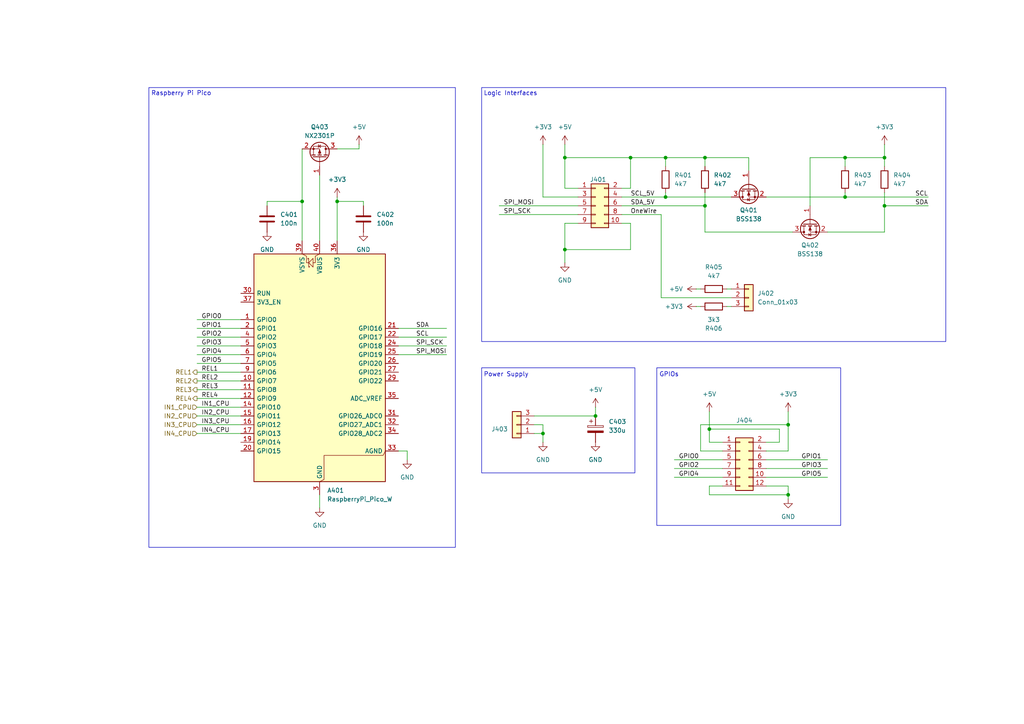
<source format=kicad_sch>
(kicad_sch (version 20250114) (generator "eeschema") (generator_version "9.0")
  (paper "A4")
  (lib_symbols
    (symbol "Connector_Generic:Conn_01x03" (pin_names (offset 1.016) (hide yes))
      (property "Reference" "J" (at 0 5.08 0))
      (property "Value" "Conn_01x03" (at 0 -5.08 0))
      (symbol "Conn_01x03_1_1"
        (rectangle (start -1.27 3.81) (end 1.27 -3.81) (stroke (width 0.254)) (fill (type background)))
        (rectangle (start -1.27 2.667) (end 0 2.413) (stroke (width 0.1524)))
        (rectangle (start -1.27 0.127) (end 0 -0.127) (stroke (width 0.1524)))
        (rectangle (start -1.27 -2.413) (end 0 -2.667) (stroke (width 0.1524)))
        (pin passive line (at -5.08 2.54 0) (length 3.81) (name "Pin_1") (number "1"))
        (pin passive line (at -5.08 0 0) (length 3.81) (name "Pin_2") (number "2"))
        (pin passive line (at -5.08 -2.54 0) (length 3.81) (name "Pin_3") (number "3"))
      )
    )
    (symbol "Connector_Generic:Conn_02x05_Odd_Even" (pin_names (offset 1.016) (hide yes))
      (property "Reference" "J" (at 1.27 7.62 0))
      (property "Value" "Conn_02x05_Odd_Even" (at 1.27 -7.62 0))
      (symbol "Conn_02x05_Odd_Even_1_1"
        (rectangle (start -1.27 6.35) (end 3.81 -6.35) (stroke (width 0.254)) (fill (type background)))
        (rectangle (start -1.27 5.207) (end 0 4.953) (stroke (width 0.1524)))
        (rectangle (start -1.27 2.667) (end 0 2.413) (stroke (width 0.1524)))
        (rectangle (start -1.27 0.127) (end 0 -0.127) (stroke (width 0.1524)))
        (rectangle (start -1.27 -2.413) (end 0 -2.667) (stroke (width 0.1524)))
        (rectangle (start -1.27 -4.953) (end 0 -5.207) (stroke (width 0.1524)))
        (rectangle (start 3.81 5.207) (end 2.54 4.953) (stroke (width 0.1524)))
        (rectangle (start 3.81 2.667) (end 2.54 2.413) (stroke (width 0.1524)))
        (rectangle (start 3.81 0.127) (end 2.54 -0.127) (stroke (width 0.1524)))
        (rectangle (start 3.81 -2.413) (end 2.54 -2.667) (stroke (width 0.1524)))
        (rectangle (start 3.81 -4.953) (end 2.54 -5.207) (stroke (width 0.1524)))
        (pin passive line (at -5.08 5.08 0) (length 3.81) (name "Pin_1") (number "1"))
        (pin passive line (at -5.08 2.54 0) (length 3.81) (name "Pin_3") (number "3"))
        (pin passive line (at -5.08 0 0) (length 3.81) (name "Pin_5") (number "5"))
        (pin passive line (at -5.08 -2.54 0) (length 3.81) (name "Pin_7") (number "7"))
        (pin passive line (at -5.08 -5.08 0) (length 3.81) (name "Pin_9") (number "9"))
        (pin passive line (at 7.62 5.08 180) (length 3.81) (name "Pin_2") (number "2"))
        (pin passive line (at 7.62 2.54 180) (length 3.81) (name "Pin_4") (number "4"))
        (pin passive line (at 7.62 0 180) (length 3.81) (name "Pin_6") (number "6"))
        (pin passive line (at 7.62 -2.54 180) (length 3.81) (name "Pin_8") (number "8"))
        (pin passive line (at 7.62 -5.08 180) (length 3.81) (name "Pin_10") (number "10"))
      )
    )
    (symbol "Connector_Generic:Conn_02x06_Odd_Even" (pin_names (offset 1.016) (hide yes))
      (property "Reference" "J" (at 1.27 7.62 0))
      (property "Value" "Conn_02x06_Odd_Even" (at 1.27 -10.16 0))
      (symbol "Conn_02x06_Odd_Even_1_1"
        (rectangle (start -1.27 6.35) (end 3.81 -8.89) (stroke (width 0.254)) (fill (type background)))
        (rectangle (start -1.27 5.207) (end 0 4.953) (stroke (width 0.1524)))
        (rectangle (start -1.27 2.667) (end 0 2.413) (stroke (width 0.1524)))
        (rectangle (start -1.27 0.127) (end 0 -0.127) (stroke (width 0.1524)))
        (rectangle (start -1.27 -2.413) (end 0 -2.667) (stroke (width 0.1524)))
        (rectangle (start -1.27 -4.953) (end 0 -5.207) (stroke (width 0.1524)))
        (rectangle (start -1.27 -7.493) (end 0 -7.747) (stroke (width 0.1524)))
        (rectangle (start 3.81 5.207) (end 2.54 4.953) (stroke (width 0.1524)))
        (rectangle (start 3.81 2.667) (end 2.54 2.413) (stroke (width 0.1524)))
        (rectangle (start 3.81 0.127) (end 2.54 -0.127) (stroke (width 0.1524)))
        (rectangle (start 3.81 -2.413) (end 2.54 -2.667) (stroke (width 0.1524)))
        (rectangle (start 3.81 -4.953) (end 2.54 -5.207) (stroke (width 0.1524)))
        (rectangle (start 3.81 -7.493) (end 2.54 -7.747) (stroke (width 0.1524)))
        (pin passive line (at -5.08 5.08 0) (length 3.81) (name "Pin_1") (number "1"))
        (pin passive line (at -5.08 2.54 0) (length 3.81) (name "Pin_3") (number "3"))
        (pin passive line (at -5.08 0 0) (length 3.81) (name "Pin_5") (number "5"))
        (pin passive line (at -5.08 -2.54 0) (length 3.81) (name "Pin_7") (number "7"))
        (pin passive line (at -5.08 -5.08 0) (length 3.81) (name "Pin_9") (number "9"))
        (pin passive line (at -5.08 -7.62 0) (length 3.81) (name "Pin_11") (number "11"))
        (pin passive line (at 7.62 5.08 180) (length 3.81) (name "Pin_2") (number "2"))
        (pin passive line (at 7.62 2.54 180) (length 3.81) (name "Pin_4") (number "4"))
        (pin passive line (at 7.62 0 180) (length 3.81) (name "Pin_6") (number "6"))
        (pin passive line (at 7.62 -2.54 180) (length 3.81) (name "Pin_8") (number "8"))
        (pin passive line (at 7.62 -5.08 180) (length 3.81) (name "Pin_10") (number "10"))
        (pin passive line (at 7.62 -7.62 180) (length 3.81) (name "Pin_12") (number "12"))
      )
    )
    (symbol "Device:C" (pin_numbers (hide yes)) (pin_names (offset 0.254))
      (property "Reference" "C" (at 0.635 2.54 0))
      (property "Value" "C" (at 0.635 -2.54 0))
      (symbol "C_0_1"
        (polyline (pts (xy -2.032 0.762) (xy 2.032 0.762)) (stroke (width 0.508)))
        (polyline (pts (xy -2.032 -0.762) (xy 2.032 -0.762)) (stroke (width 0.508)))
      )
      (symbol "C_1_1"
        (pin passive line (at 0 3.81 270) (length 2.794) (name "~") (number "1"))
        (pin passive line (at 0 -3.81 90) (length 2.794) (name "~") (number "2"))
      )
    )
    (symbol "Device:C_Polarized" (pin_numbers (hide yes)) (pin_names (offset 0.254))
      (property "Reference" "C" (at 0.635 2.54 0))
      (property "Value" "C_Polarized" (at 0.635 -2.54 0))
      (symbol "C_Polarized_0_1"
        (rectangle (start -2.286 0.508) (end 2.286 1.016))
        (polyline (pts (xy -1.778 2.286) (xy -0.762 2.286)))
        (polyline (pts (xy -1.27 2.794) (xy -1.27 1.778)))
        (rectangle (start 2.286 -0.508) (end -2.286 -1.016) (fill (type outline)))
      )
      (symbol "C_Polarized_1_1"
        (pin passive line (at 0 3.81 270) (length 2.794) (name "~") (number "1"))
        (pin passive line (at 0 -3.81 90) (length 2.794) (name "~") (number "2"))
      )
    )
    (symbol "Device:R" (pin_numbers (hide yes)) (pin_names (offset 0))
      (property "Reference" "R" (at 2.032 0 90))
      (property "Value" "R" (at 0 0 90))
      (symbol "R_0_1"
        (rectangle (start -1.016 -2.54) (end 1.016 2.54) (stroke (width 0.254)))
      )
      (symbol "R_1_1"
        (pin passive line (at 0 3.81 270) (length 1.27) (name "~") (number "1"))
        (pin passive line (at 0 -3.81 90) (length 1.27) (name "~") (number "2"))
      )
    )
    (symbol "MCU_Module:RaspberryPi_Pico_W" (pin_names (offset 0.762))
      (property "Reference" "A" (at -19.05 35.56 0))
      (property "Value" "RaspberryPi_Pico_W" (at 7.62 35.56 0))
      (symbol "RaspberryPi_Pico_W_0_1"
        (rectangle (start -19.05 34.29) (end 19.05 -31.75) (stroke (width 0.254)) (fill (type background)))
        (polyline (pts (xy -5.08 34.29) (xy -3.81 33.655) (xy -3.81 31.75) (xy -3.175 31.75)))
        (polyline (pts (xy -3.429 32.766) (xy -3.429 33.02) (xy -3.175 33.02) (xy -3.175 30.48) (xy -2.921 30.48) (xy -2.921 30.734)))
        (polyline (pts (xy -3.175 31.75) (xy -1.905 33.02) (xy -1.905 30.48) (xy -3.175 31.75)))
        (polyline (pts (xy 0 34.29) (xy -1.27 33.655) (xy -1.27 31.75) (xy -1.905 31.75)))
        (polyline (pts (xy 0 -31.75) (xy 1.27 -31.115) (xy 1.27 -24.13) (xy 18.415 -24.13) (xy 19.05 -22.86)))
      )
      (symbol "RaspberryPi_Pico_W_1_1"
        (pin passive line (at -22.86 22.86 0) (length 3.81) (name "RUN") (number "30"))
        (pin passive line (at -22.86 20.32 0) (length 3.81) (name "3V3_EN") (number "37"))
        (pin bidirectional line (at -22.86 15.24 0) (length 3.81) (name "GPIO0") (number "1"))
        (pin bidirectional line (at -22.86 12.7 0) (length 3.81) (name "GPIO1") (number "2"))
        (pin bidirectional line (at -22.86 10.16 0) (length 3.81) (name "GPIO2") (number "4"))
        (pin bidirectional line (at -22.86 7.62 0) (length 3.81) (name "GPIO3") (number "5"))
        (pin bidirectional line (at -22.86 5.08 0) (length 3.81) (name "GPIO4") (number "6"))
        (pin bidirectional line (at -22.86 2.54 0) (length 3.81) (name "GPIO5") (number "7"))
        (pin bidirectional line (at -22.86 0 0) (length 3.81) (name "GPIO6") (number "9"))
        (pin bidirectional line (at -22.86 -2.54 0) (length 3.81) (name "GPIO7") (number "10"))
        (pin bidirectional line (at -22.86 -5.08 0) (length 3.81) (name "GPIO8") (number "11"))
        (pin bidirectional line (at -22.86 -7.62 0) (length 3.81) (name "GPIO9") (number "12"))
        (pin bidirectional line (at -22.86 -10.16 0) (length 3.81) (name "GPIO10") (number "14"))
        (pin bidirectional line (at -22.86 -12.7 0) (length 3.81) (name "GPIO11") (number "15"))
        (pin bidirectional line (at -22.86 -15.24 0) (length 3.81) (name "GPIO12") (number "16"))
        (pin bidirectional line (at -22.86 -17.78 0) (length 3.81) (name "GPIO13") (number "17"))
        (pin bidirectional line (at -22.86 -20.32 0) (length 3.81) (name "GPIO14") (number "19"))
        (pin bidirectional line (at -22.86 -22.86 0) (length 3.81) (name "GPIO15") (number "20"))
        (pin power_in line (at -5.08 38.1 270) (length 3.81) (name "VSYS") (number "39"))
        (pin power_out line (at 0 38.1 270) (length 3.81) (name "VBUS") (number "40"))
        (pin passive line (at 0 -35.56 90) (length 3.81) (hide yes) (name "GND") (number "13"))
        (pin passive line (at 0 -35.56 90) (length 3.81) (hide yes) (name "GND") (number "18"))
        (pin passive line (at 0 -35.56 90) (length 3.81) (hide yes) (name "GND") (number "23"))
        (pin passive line (at 0 -35.56 90) (length 3.81) (hide yes) (name "GND") (number "28"))
        (pin power_out line (at 0 -35.56 90) (length 3.81) (name "GND") (number "3"))
        (pin passive line (at 0 -35.56 90) (length 3.81) (hide yes) (name "GND") (number "38"))
        (pin passive line (at 0 -35.56 90) (length 3.81) (hide yes) (name "GND") (number "8"))
        (pin power_out line (at 5.08 38.1 270) (length 3.81) (name "3V3") (number "36"))
        (pin bidirectional line (at 22.86 12.7 180) (length 3.81) (name "GPIO16") (number "21"))
        (pin bidirectional line (at 22.86 10.16 180) (length 3.81) (name "GPIO17") (number "22"))
        (pin bidirectional line (at 22.86 7.62 180) (length 3.81) (name "GPIO18") (number "24"))
        (pin bidirectional line (at 22.86 5.08 180) (length 3.81) (name "GPIO19") (number "25"))
        (pin bidirectional line (at 22.86 2.54 180) (length 3.81) (name "GPIO20") (number "26"))
        (pin bidirectional line (at 22.86 0 180) (length 3.81) (name "GPIO21") (number "27"))
        (pin bidirectional line (at 22.86 -2.54 180) (length 3.81) (name "GPIO22") (number "29"))
        (pin power_in line (at 22.86 -7.62 180) (length 3.81) (name "ADC_VREF") (number "35"))
        (pin bidirectional line (at 22.86 -12.7 180) (length 3.81) (name "GPIO26_ADC0") (number "31"))
        (pin bidirectional line (at 22.86 -15.24 180) (length 3.81) (name "GPIO27_ADC1") (number "32"))
        (pin bidirectional line (at 22.86 -17.78 180) (length 3.81) (name "GPIO28_ADC2") (number "34"))
        (pin power_out line (at 22.86 -22.86 180) (length 3.81) (name "AGND") (number "33"))
      )
    )
    (symbol "Transistor_FET:BSS138" (pin_names (offset 0) (hide yes))
      (property "Reference" "Q" (at 5.08 1.905 0))
      (property "Value" "BSS138" (at 5.08 0 0))
      (symbol "BSS138_0_1"
        (polyline (pts (xy 0.254 1.905) (xy 0.254 -1.905)) (stroke (width 0.254)))
        (polyline (pts (xy 0.254 0) (xy -2.54 0)))
        (polyline (pts (xy 0.762 2.286) (xy 0.762 1.27)) (stroke (width 0.254)))
        (polyline (pts (xy 0.762 0.508) (xy 0.762 -0.508)) (stroke (width 0.254)))
        (polyline (pts (xy 0.762 -1.27) (xy 0.762 -2.286)) (stroke (width 0.254)))
        (polyline (pts (xy 0.762 -1.778) (xy 3.302 -1.778) (xy 3.302 1.778) (xy 0.762 1.778)))
        (polyline (pts (xy 1.016 0) (xy 2.032 0.381) (xy 2.032 -0.381) (xy 1.016 0)) (fill (type outline)))
        (circle (center 1.651 0) (radius 2.794) (stroke (width 0.254)))
        (polyline (pts (xy 2.54 2.54) (xy 2.54 1.778)))
        (circle (center 2.54 1.778) (radius 0.254) (fill (type outline)))
        (circle (center 2.54 -1.778) (radius 0.254) (fill (type outline)))
        (polyline (pts (xy 2.54 -2.54) (xy 2.54 0) (xy 0.762 0)))
        (polyline (pts (xy 2.921 0.381) (xy 3.683 0.381)))
        (polyline (pts (xy 3.302 0.381) (xy 2.921 -0.254) (xy 3.683 -0.254) (xy 3.302 0.381)))
      )
      (symbol "BSS138_1_1"
        (pin input line (at -5.08 0 0) (length 2.54) (name "G") (number "1"))
        (pin passive line (at 2.54 5.08 270) (length 2.54) (name "D") (number "3"))
        (pin passive line (at 2.54 -5.08 90) (length 2.54) (name "S") (number "2"))
      )
    )
    (symbol "Transistor_FET:BSS84" (pin_names (hide yes))
      (property "Reference" "Q" (at 5.08 1.905 0))
      (property "Value" "BSS84" (at 5.08 0 0))
      (symbol "BSS84_0_1"
        (polyline (pts (xy 0.254 1.905) (xy 0.254 -1.905)) (stroke (width 0.254)))
        (polyline (pts (xy 0.254 0) (xy -2.54 0)))
        (polyline (pts (xy 0.762 2.286) (xy 0.762 1.27)) (stroke (width 0.254)))
        (polyline (pts (xy 0.762 1.778) (xy 3.302 1.778) (xy 3.302 -1.778) (xy 0.762 -1.778)))
        (polyline (pts (xy 0.762 0.508) (xy 0.762 -0.508)) (stroke (width 0.254)))
        (polyline (pts (xy 0.762 -1.27) (xy 0.762 -2.286)) (stroke (width 0.254)))
        (circle (center 1.651 0) (radius 2.794) (stroke (width 0.254)))
        (polyline (pts (xy 2.286 0) (xy 1.27 0.381) (xy 1.27 -0.381) (xy 2.286 0)) (fill (type outline)))
        (polyline (pts (xy 2.54 2.54) (xy 2.54 1.778)))
        (circle (center 2.54 1.778) (radius 0.254) (fill (type outline)))
        (circle (center 2.54 -1.778) (radius 0.254) (fill (type outline)))
        (polyline (pts (xy 2.54 -2.54) (xy 2.54 0) (xy 0.762 0)))
        (polyline (pts (xy 2.794 -0.508) (xy 2.921 -0.381) (xy 3.683 -0.381) (xy 3.81 -0.254)))
        (polyline (pts (xy 3.302 -0.381) (xy 2.921 0.254) (xy 3.683 0.254) (xy 3.302 -0.381)))
      )
      (symbol "BSS84_1_1"
        (pin input line (at -5.08 0 0) (length 2.54) (name "G") (number "1"))
        (pin passive line (at 2.54 5.08 270) (length 2.54) (name "D") (number "3"))
        (pin passive line (at 2.54 -5.08 90) (length 2.54) (name "S") (number "2"))
      )
    )
    (symbol "power:+3V3" (power) (pin_numbers (hide yes)) (pin_names (offset 0) (hide yes))
      (property "Value" "+3V3" (at 0 3.556 0))
      (symbol "+3V3_0_1"
        (polyline (pts (xy -0.762 1.27) (xy 0 2.54)))
        (polyline (pts (xy 0 2.54) (xy 0.762 1.27)))
        (polyline (pts (xy 0 0) (xy 0 2.54)))
      )
      (symbol "+3V3_1_1"
        (pin power_in line (at 0 0 90) (length 0) (name "~") (number "1"))
      )
    )
    (symbol "power:+5V" (power) (pin_numbers (hide yes)) (pin_names (offset 0) (hide yes))
      (property "Value" "+5V" (at 0 3.556 0))
      (symbol "+5V_0_1"
        (polyline (pts (xy -0.762 1.27) (xy 0 2.54)))
        (polyline (pts (xy 0 2.54) (xy 0.762 1.27)))
        (polyline (pts (xy 0 0) (xy 0 2.54)))
      )
      (symbol "+5V_1_1"
        (pin power_in line (at 0 0 90) (length 0) (name "~") (number "1"))
      )
    )
    (symbol "power:GND" (power) (pin_numbers (hide yes)) (pin_names (offset 0) (hide yes))
      (property "Value" "GND" (at 0 -3.81 0))
      (symbol "GND_0_1"
        (polyline (pts (xy 0 0) (xy 0 -1.27) (xy 1.27 -1.27) (xy 0 -2.54) (xy -1.27 -1.27) (xy 0 -1.27)))
      )
      (symbol "GND_1_1"
        (pin power_in line (at 0 0 270) (length 0) (name "~") (number "1"))
      )
    )
  )
  (rectangle (start 139.7 25.4) (end 274.32 99.06))
  (rectangle (start 43.18 25.4) (end 132.08 158.75))
  (rectangle (start 190.5 106.68) (end 243.84 152.4))
  (rectangle (start 139.7 106.68) (end 184.15 137.16))
  (text "Power Supply" (at 146.812 108.712 0) (effects (font (size 1.27 1.27))))
  (text "GPIOs" (at 194.056 108.712 0) (effects (font (size 1.27 1.27))))
  (text "Logic Interfaces" (at 148.082 27.178 0) (effects (font (size 1.27 1.27))))
  (text "Raspberry Pi Pico" (at 52.578 27.178 0) (effects (font (size 1.27 1.27))))
  (junction (at 163.83 72.39))
  (junction (at 87.63 58.42))
  (junction (at 205.74 124.46))
  (junction (at 245.11 45.72))
  (junction (at 193.04 45.72))
  (junction (at 163.83 45.72))
  (junction (at 256.54 45.72))
  (junction (at 204.47 59.69))
  (junction (at 228.6 143.51))
  (junction (at 245.11 57.15))
  (junction (at 256.54 59.69))
  (junction (at 97.79 58.42))
  (junction (at 228.6 123.19))
  (junction (at 157.48 125.73))
  (junction (at 204.47 45.72))
  (junction (at 172.72 120.65))
  (junction (at 182.88 45.72))
  (junction (at 193.04 57.15))
  (wire (pts (xy 201.93 88.9) (xy 203.2 88.9)))
  (wire (pts (xy 57.15 120.65) (xy 69.85 120.65)))
  (wire (pts (xy 256.54 59.69) (xy 269.24 59.69)))
  (wire (pts (xy 245.11 57.15) (xy 269.24 57.15)))
  (wire (pts (xy 193.04 57.15) (xy 212.09 57.15)))
  (wire (pts (xy 204.47 55.88) (xy 204.47 59.69)))
  (wire (pts (xy 115.57 102.87) (xy 129.54 102.87)))
  (wire (pts (xy 157.48 41.91) (xy 157.48 57.15)))
  (wire (pts (xy 57.15 97.79) (xy 69.85 97.79)))
  (wire (pts (xy 118.11 130.81) (xy 118.11 133.35)))
  (wire (pts (xy 154.94 120.65) (xy 172.72 120.65)))
  (wire (pts (xy 163.83 41.91) (xy 163.83 45.72)))
  (wire (pts (xy 205.74 140.97) (xy 205.74 143.51)))
  (wire (pts (xy 92.71 50.8) (xy 92.71 69.85)))
  (wire (pts (xy 222.25 138.43) (xy 240.03 138.43)))
  (wire (pts (xy 228.6 130.81) (xy 228.6 123.19)))
  (wire (pts (xy 222.25 140.97) (xy 228.6 140.97)))
  (wire (pts (xy 191.77 86.36) (xy 191.77 62.23)))
  (wire (pts (xy 77.47 58.42) (xy 87.63 58.42)))
  (wire (pts (xy 180.34 64.77) (xy 182.88 64.77)))
  (wire (pts (xy 154.94 125.73) (xy 157.48 125.73)))
  (wire (pts (xy 57.15 118.11) (xy 69.85 118.11)))
  (wire (pts (xy 195.58 138.43) (xy 209.55 138.43)))
  (wire (pts (xy 115.57 130.81) (xy 118.11 130.81)))
  (wire (pts (xy 204.47 59.69) (xy 204.47 67.31)))
  (wire (pts (xy 97.79 58.42) (xy 97.79 69.85)))
  (wire (pts (xy 217.17 45.72) (xy 217.17 49.53)))
  (wire (pts (xy 205.74 124.46) (xy 205.74 119.38)))
  (wire (pts (xy 77.47 59.69) (xy 77.47 58.42)))
  (wire (pts (xy 105.41 58.42) (xy 97.79 58.42)))
  (wire (pts (xy 115.57 95.25) (xy 129.54 95.25)))
  (wire (pts (xy 97.79 43.18) (xy 104.14 43.18)))
  (wire (pts (xy 182.88 45.72) (xy 193.04 45.72)))
  (wire (pts (xy 256.54 41.91) (xy 256.54 45.72)))
  (wire (pts (xy 57.15 102.87) (xy 69.85 102.87)))
  (wire (pts (xy 87.63 43.18) (xy 87.63 58.42)))
  (wire (pts (xy 57.15 92.71) (xy 69.85 92.71)))
  (wire (pts (xy 57.15 95.25) (xy 69.85 95.25)))
  (wire (pts (xy 228.6 123.19) (xy 228.6 119.38)))
  (wire (pts (xy 157.48 123.19) (xy 157.48 125.73)))
  (wire (pts (xy 157.48 125.73) (xy 157.48 128.27)))
  (wire (pts (xy 182.88 72.39) (xy 163.83 72.39)))
  (wire (pts (xy 209.55 130.81) (xy 203.2 130.81)))
  (wire (pts (xy 245.11 45.72) (xy 256.54 45.72)))
  (wire (pts (xy 226.06 124.46) (xy 205.74 124.46)))
  (wire (pts (xy 144.78 62.23) (xy 167.64 62.23)))
  (wire (pts (xy 167.64 54.61) (xy 163.83 54.61)))
  (wire (pts (xy 92.71 143.51) (xy 92.71 147.32)))
  (wire (pts (xy 240.03 67.31) (xy 256.54 67.31)))
  (wire (pts (xy 144.78 59.69) (xy 167.64 59.69)))
  (wire (pts (xy 182.88 64.77) (xy 182.88 72.39)))
  (wire (pts (xy 210.82 88.9) (xy 212.09 88.9)))
  (wire (pts (xy 104.14 43.18) (xy 104.14 41.91)))
  (wire (pts (xy 193.04 57.15) (xy 193.04 55.88)))
  (wire (pts (xy 201.93 83.82) (xy 203.2 83.82)))
  (wire (pts (xy 222.25 128.27) (xy 226.06 128.27)))
  (wire (pts (xy 163.83 64.77) (xy 163.83 72.39)))
  (wire (pts (xy 97.79 57.15) (xy 97.79 58.42)))
  (wire (pts (xy 193.04 45.72) (xy 193.04 48.26)))
  (wire (pts (xy 228.6 143.51) (xy 228.6 144.78)))
  (wire (pts (xy 195.58 133.35) (xy 209.55 133.35)))
  (wire (pts (xy 57.15 113.03) (xy 69.85 113.03)))
  (wire (pts (xy 205.74 143.51) (xy 228.6 143.51)))
  (wire (pts (xy 163.83 72.39) (xy 163.83 76.2)))
  (wire (pts (xy 210.82 83.82) (xy 212.09 83.82)))
  (wire (pts (xy 193.04 45.72) (xy 204.47 45.72)))
  (wire (pts (xy 256.54 55.88) (xy 256.54 59.69)))
  (wire (pts (xy 228.6 140.97) (xy 228.6 143.51)))
  (wire (pts (xy 57.15 110.49) (xy 69.85 110.49)))
  (wire (pts (xy 234.95 45.72) (xy 245.11 45.72)))
  (wire (pts (xy 234.95 59.69) (xy 234.95 45.72)))
  (wire (pts (xy 172.72 118.11) (xy 172.72 120.65)))
  (wire (pts (xy 167.64 57.15) (xy 157.48 57.15)))
  (wire (pts (xy 222.25 130.81) (xy 228.6 130.81)))
  (wire (pts (xy 57.15 115.57) (xy 69.85 115.57)))
  (wire (pts (xy 222.25 57.15) (xy 245.11 57.15)))
  (wire (pts (xy 180.34 59.69) (xy 204.47 59.69)))
  (wire (pts (xy 256.54 45.72) (xy 256.54 48.26)))
  (wire (pts (xy 105.41 59.69) (xy 105.41 58.42)))
  (wire (pts (xy 204.47 67.31) (xy 229.87 67.31)))
  (wire (pts (xy 167.64 64.77) (xy 163.83 64.77)))
  (wire (pts (xy 205.74 128.27) (xy 205.74 124.46)))
  (wire (pts (xy 228.6 123.19) (xy 203.2 123.19)))
  (wire (pts (xy 180.34 54.61) (xy 182.88 54.61)))
  (wire (pts (xy 212.09 86.36) (xy 191.77 86.36)))
  (wire (pts (xy 87.63 58.42) (xy 87.63 69.85)))
  (wire (pts (xy 195.58 135.89) (xy 209.55 135.89)))
  (wire (pts (xy 180.34 62.23) (xy 191.77 62.23)))
  (wire (pts (xy 209.55 140.97) (xy 205.74 140.97)))
  (wire (pts (xy 222.25 135.89) (xy 240.03 135.89)))
  (wire (pts (xy 245.11 48.26) (xy 245.11 45.72)))
  (wire (pts (xy 180.34 57.15) (xy 193.04 57.15)))
  (wire (pts (xy 115.57 100.33) (xy 129.54 100.33)))
  (wire (pts (xy 57.15 105.41) (xy 69.85 105.41)))
  (wire (pts (xy 209.55 128.27) (xy 205.74 128.27)))
  (wire (pts (xy 182.88 45.72) (xy 163.83 45.72)))
  (wire (pts (xy 163.83 45.72) (xy 163.83 54.61)))
  (wire (pts (xy 57.15 107.95) (xy 69.85 107.95)))
  (wire (pts (xy 182.88 54.61) (xy 182.88 45.72)))
  (wire (pts (xy 203.2 130.81) (xy 203.2 123.19)))
  (wire (pts (xy 57.15 100.33) (xy 69.85 100.33)))
  (wire (pts (xy 226.06 128.27) (xy 226.06 124.46)))
  (wire (pts (xy 154.94 123.19) (xy 157.48 123.19)))
  (wire (pts (xy 222.25 133.35) (xy 240.03 133.35)))
  (wire (pts (xy 245.11 57.15) (xy 245.11 55.88)))
  (wire (pts (xy 256.54 67.31) (xy 256.54 59.69)))
  (wire (pts (xy 204.47 45.72) (xy 217.17 45.72)))
  (wire (pts (xy 115.57 97.79) (xy 129.54 97.79)))
  (wire (pts (xy 57.15 125.73) (xy 69.85 125.73)))
  (wire (pts (xy 204.47 45.72) (xy 204.47 48.26)))
  (wire (pts (xy 57.15 123.19) (xy 69.85 123.19)))
  (label "OneWire" (at 182.88 62.23 0))
  (label "IN4_CPU" (at 58.42 125.73 0))
  (label "IN3_CPU" (at 58.42 123.19 0))
  (label "IN2_CPU" (at 58.42 120.65 0))
  (label "SCL" (at 120.65 97.79 0))
  (label "SDA" (at 265.43 59.69 0))
  (label "GPIO3" (at 58.42 100.33 0))
  (label "GPIO0" (at 58.42 92.71 0))
  (label "GPIO5" (at 58.42 105.41 0))
  (label "GPIO4" (at 58.42 102.87 0))
  (label "GPIO1" (at 58.42 95.25 0))
  (label "GPIO2" (at 58.42 97.79 0))
  (label "REL4" (at 58.42 115.57 0))
  (label "REL2" (at 58.42 110.49 0))
  (label "REL3" (at 58.42 113.03 0))
  (label "REL1" (at 58.42 107.95 0))
  (label "SPI_SCK" (at 120.65 100.33 0))
  (label "SDA_5V" (at 182.88 59.69 0))
  (label "GPIO1" (at 232.41 133.35 0))
  (label "GPIO5" (at 232.41 138.43 0))
  (label "GPIO3" (at 232.41 135.89 0))
  (label "GPIO4" (at 196.85 138.43 0))
  (label "GPIO2" (at 196.85 135.89 0))
  (label "GPIO0" (at 196.85 133.35 0))
  (label "SPI_MOSI" (at 120.65 102.87 0))
  (label "IN1_CPU" (at 58.42 118.11 0))
  (label "SCL" (at 265.43 57.15 0))
  (label "SPI_SCK" (at 146.05 62.23 0))
  (label "SDA" (at 120.65 95.25 0))
  (label "SCL_5V" (at 182.88 57.15 0))
  (label "SPI_MOSI" (at 146.05 59.69 0))
  (hierarchical_label "IN2_CPU" (shape input) (at 57.15 120.65 180))
  (hierarchical_label "IN3_CPU" (shape input) (at 57.15 123.19 180))
  (hierarchical_label "IN1_CPU" (shape input) (at 57.15 118.11 180))
  (hierarchical_label "IN4_CPU" (shape input) (at 57.15 125.73 180))
  (hierarchical_label "REL4" (shape output) (at 57.15 115.57 180))
  (hierarchical_label "REL3" (shape output) (at 57.15 113.03 180))
  (hierarchical_label "REL2" (shape output) (at 57.15 110.49 180))
  (hierarchical_label "REL1" (shape output) (at 57.15 107.95 180))
  (symbol (lib_id "power:GND") (at 163.83 76.2 0) (unit 1)
    (property "Reference" "#PWR0408" (effects (hide yes)))
    (property "Value" "GND" (at 163.83 81.28 0))
    (property "Description" "Power symbol creates a global label with name \"GND\" , ground" (effects (hide yes)))
  )
  (symbol (lib_id "Device:C_Polarized") (at 172.72 124.46 0) (unit 1)
    (property "Reference" "C403" (at 176.53 122.3009 0) (effects (justify left)))
    (property "Value" "330u" (at 176.53 124.8409 0) (effects (justify left)))
    (property "Footprint" "Capacitor_SMD:CP_Elec_6.3x5.9" (effects (hide yes)))
    (property "Description" "Polarized capacitor" (effects (hide yes)))
  )
  (symbol (lib_id "power:+3V3") (at 201.93 88.9 90) (unit 1)
    (property "Reference" "#PWR0410" (effects (hide yes)))
    (property "Value" "+3V3" (at 198.12 88.8999 90) (effects (justify left)))
    (property "Description" "Power symbol creates a global label with name \"+3V3\"" (effects (hide yes)))
  )
  (symbol (lib_id "power:GND") (at 118.11 133.35 0) (unit 1)
    (property "Reference" "#PWR0411" (effects (hide yes)))
    (property "Value" "GND" (at 118.11 138.43 0))
    (property "Description" "Power symbol creates a global label with name \"GND\" , ground" (effects (hide yes)))
  )
  (symbol (lib_id "Device:R") (at 193.04 52.07 180) (unit 1)
    (property "Reference" "R401" (at 195.58 50.7999 0) (effects (justify right)))
    (property "Value" "4k7" (at 195.58 53.3399 0) (effects (justify right)))
    (property "Footprint" "Resistor_SMD:R_0603_1608Metric_Pad0.98x0.95mm_HandSolder" (effects (hide yes)))
    (property "Description" "Resistor" (effects (hide yes)))
  )
  (symbol (lib_id "power:GND") (at 228.6 144.78 0) (unit 1)
    (property "Reference" "#PWR0418" (effects (hide yes)))
    (property "Value" "GND" (at 228.6 149.86 0))
    (property "Description" "Power symbol creates a global label with name \"GND\" , ground" (effects (hide yes)))
  )
  (symbol (lib_id "Connector_Generic:Conn_02x05_Odd_Even") (at 172.72 59.69 0) (unit 1)
    (property "Reference" "J401" (at 173.482 52.07 0))
    (property "Value" "S2L 3.50/10/180G 3.5SN OR BX" (effects (hide yes)))
    (property "Footprint" "Library:Weidmüller_S2L_2x05_3.50mm" (effects (hide yes)))
    (property "Description" "Steckverbinder 2x05 3,5mm" (effects (hide yes)))
  )
  (symbol (lib_id "power:GND") (at 105.41 67.31 0) (unit 1)
    (property "Reference" "#PWR0407" (effects (hide yes)))
    (property "Value" "GND" (at 105.41 72.39 0))
    (property "Description" "Power symbol creates a global label with name \"GND\" , ground" (effects (hide yes)))
  )
  (symbol (lib_id "power:+5V") (at 201.93 83.82 90) (unit 1)
    (property "Reference" "#PWR0409" (effects (hide yes)))
    (property "Value" "+5V" (at 198.12 83.8199 90) (effects (justify left)))
    (property "Description" "Power symbol creates a global label with name \"+5V\"" (effects (hide yes)))
  )
  (symbol (lib_id "Device:R") (at 207.01 83.82 270) (unit 1)
    (property "Reference" "R405" (at 207.01 77.47 90))
    (property "Value" "4k7" (at 207.01 80.01 90))
    (property "Footprint" "Resistor_SMD:R_0603_1608Metric_Pad0.98x0.95mm_HandSolder" (effects (hide yes)))
    (property "Description" "Resistor" (effects (hide yes)))
  )
  (symbol (lib_id "Connector_Generic:Conn_01x03") (at 217.17 86.36 0) (unit 1)
    (property "Reference" "J402" (at 219.71 85.0899 0) (effects (justify left)))
    (property "Value" "Conn_01x03" (at 219.71 87.6299 0) (effects (justify left)))
    (property "Footprint" "Connector_PinHeader_2.54mm:PinHeader_1x03_P2.54mm_Vertical" (effects (hide yes)))
    (property "Description" "Generic connector, single row, 01x03, script generated (kicad-library-utils/schlib/autogen/connector/)" (effects (hide yes)))
  )
  (symbol (lib_id "Device:R") (at 207.01 88.9 90) (unit 1)
    (property "Reference" "R406" (at 207.01 95.25 90))
    (property "Value" "3k3" (at 207.01 92.71 90))
    (property "Footprint" "Resistor_SMD:R_0603_1608Metric_Pad0.98x0.95mm_HandSolder" (effects (hide yes)))
    (property "Description" "Resistor" (effects (hide yes)))
  )
  (symbol (lib_id "Transistor_FET:BSS138") (at 217.17 54.61 90) (mirror x) (unit 1)
    (property "Reference" "Q401" (at 217.17 60.96 90))
    (property "Value" "BSS138" (at 217.17 63.5 90))
    (property "Footprint" "Package_TO_SOT_SMD:SOT-23-3" (effects (hide yes)))
    (property "Datasheet" "https://www.onsemi.com/pub/Collateral/BSS138-D.PDF" (effects (hide yes)))
    (property "Description" "50V Vds, 0.22A Id, N-Channel MOSFET, SOT-23" (effects (hide yes)))
  )
  (symbol (lib_id "power:+3V3") (at 157.48 41.91 0) (unit 1)
    (property "Reference" "#PWR0403" (effects (hide yes)))
    (property "Value" "+3V3" (at 157.48 36.83 0))
    (property "Description" "Power symbol creates a global label with name \"+3V3\"" (effects (hide yes)))
  )
  (symbol (lib_id "power:GND") (at 92.71 147.32 0) (unit 1)
    (property "Reference" "#PWR0415" (effects (hide yes)))
    (property "Value" "GND" (at 92.71 152.4 0))
    (property "Description" "Power symbol creates a global label with name \"GND\" , ground" (effects (hide yes)))
  )
  (symbol (lib_id "power:+5V") (at 163.83 41.91 0) (unit 1)
    (property "Reference" "#PWR0404" (effects (hide yes)))
    (property "Value" "+5V" (at 163.83 36.83 0))
    (property "Description" "Power symbol creates a global label with name \"+5V\"" (effects (hide yes)))
  )
  (symbol (lib_id "Device:R") (at 204.47 52.07 180) (unit 1)
    (property "Reference" "R402" (at 207.01 50.7999 0) (effects (justify right)))
    (property "Value" "4k7" (at 207.01 53.3399 0) (effects (justify right)))
    (property "Footprint" "Resistor_SMD:R_0603_1608Metric_Pad0.98x0.95mm_HandSolder" (effects (hide yes)))
    (property "Description" "Resistor" (effects (hide yes)))
  )
  (symbol (lib_id "power:GND") (at 172.72 128.27 0) (unit 1)
    (property "Reference" "#PWR0417" (effects (hide yes)))
    (property "Value" "GND" (at 172.72 133.35 0))
    (property "Description" "Power symbol creates a global label with name \"GND\" , ground" (effects (hide yes)))
  )
  (symbol (lib_id "power:+5V") (at 104.14 41.91 0) (unit 1)
    (property "Reference" "#PWR0401" (effects (hide yes)))
    (property "Value" "+5V" (at 104.14 36.83 0))
    (property "Description" "Power symbol creates a global label with name \"+5V\"" (effects (hide yes)))
  )
  (symbol (lib_id "Device:R") (at 256.54 52.07 180) (unit 1)
    (property "Reference" "R404" (at 259.08 50.7999 0) (effects (justify right)))
    (property "Value" "4k7" (at 259.08 53.3399 0) (effects (justify right)))
    (property "Footprint" "Resistor_SMD:R_0603_1608Metric_Pad0.98x0.95mm_HandSolder" (effects (hide yes)))
    (property "Description" "Resistor" (effects (hide yes)))
  )
  (symbol (lib_id "Connector_Generic:Conn_01x03") (at 149.86 123.19 180) (unit 1)
    (property "Reference" "J403" (at 147.32 124.4601 0) (effects (justify left)))
    (property "Value" "S2L 3.50/03/180G 3.2SN OR BX" (effects (hide yes)))
    (property "Footprint" "Library:Weidmüller_S2L_1x03_3.50mm" (effects (hide yes)))
  )
  (symbol (lib_id "power:+3V3") (at 228.6 119.38 0) (unit 1)
    (property "Reference" "#PWR0414" (effects (hide yes)))
    (property "Value" "+3V3" (at 228.6 114.3 0))
    (property "Description" "Power symbol creates a global label with name \"+3V3\"" (effects (hide yes)))
  )
  (symbol (lib_id "power:+3V3") (at 97.79 57.15 0) (unit 1)
    (property "Reference" "#PWR0402" (effects (hide yes)))
    (property "Value" "+3V3" (at 97.79 52.07 0))
    (property "Description" "Power symbol creates a global label with name \"+3V3\"" (effects (hide yes)))
  )
  (symbol (lib_id "Connector_Generic:Conn_02x06_Odd_Even") (at 214.63 133.35 0) (unit 1)
    (property "Reference" "J404" (at 215.9 121.92 0))
    (property "Value" "Conn_02x06_Odd_Even" (effects (hide yes)))
    (property "Footprint" "Connector_PinSocket_2.54mm:PinSocket_2x06_P2.54mm_Vertical" (effects (hide yes)))
    (property "Description" "Generic connector, double row, 02x06, odd/even pin numbering scheme (row 1 odd numbers, row 2 even numbers), script generated (kicad-library-utils/schlib/autogen/connector/)" (effects (hide yes)))
  )
  (symbol (lib_id "Device:R") (at 245.11 52.07 180) (unit 1)
    (property "Reference" "R403" (at 247.65 50.7999 0) (effects (justify right)))
    (property "Value" "4k7" (at 247.65 53.3399 0) (effects (justify right)))
    (property "Footprint" "Resistor_SMD:R_0603_1608Metric_Pad0.98x0.95mm_HandSolder" (effects (hide yes)))
    (property "Description" "Resistor" (effects (hide yes)))
  )
  (symbol (lib_id "power:GND") (at 77.47 67.31 0) (unit 1)
    (property "Reference" "#PWR0406" (effects (hide yes)))
    (property "Value" "GND" (at 77.47 72.39 0))
    (property "Description" "Power symbol creates a global label with name \"GND\" , ground" (effects (hide yes)))
  )
  (symbol (lib_id "Transistor_FET:BSS84") (at 92.71 45.72 270) (mirror x) (unit 1)
    (property "Reference" "Q403" (at 92.71 36.83 90))
    (property "Value" "NX2301P" (at 92.71 39.37 90))
    (property "Footprint" "Package_TO_SOT_SMD:SOT-23" (effects (hide yes)))
  )
  (symbol (lib_id "power:+3V3") (at 256.54 41.91 0) (unit 1)
    (property "Reference" "#PWR0405" (effects (hide yes)))
    (property "Value" "+3V3" (at 256.54 36.83 0))
    (property "Description" "Power symbol creates a global label with name \"+3V3\"" (effects (hide yes)))
  )
  (symbol (lib_id "MCU_Module:RaspberryPi_Pico_W") (at 92.71 107.95 0) (unit 1)
    (property "Reference" "A401" (at 94.8709 142.24 0) (effects (justify left)))
    (property "Value" "RaspberryPi_Pico_W" (at 94.8709 144.78 0) (effects (justify left)))
    (property "Footprint" "Module:RaspberryPi_Pico_Common_SMD" (effects (hide yes)))
    (property "Datasheet" "https://datasheets.raspberrypi.com/picow/pico-w-datasheet.pdf" (effects (hide yes)))
    (property "Description" "Versatile and inexpensive wireless microcontroller module powered by RP2040 dual-core Arm Cortex-M0+ processor up to 133 MHz, 264kB SRAM, 2MB QSPI flash, Infineon CYW43439 2.4GHz 802.11n wireless LAN; also supports Raspberry Pi Pico 2 W" (effects (hide yes)))
  )
  (symbol (lib_id "Transistor_FET:BSS138") (at 234.95 64.77 90) (mirror x) (unit 1)
    (property "Reference" "Q402" (at 234.95 71.12 90))
    (property "Value" "BSS138" (at 234.95 73.66 90))
    (property "Footprint" "Package_TO_SOT_SMD:SOT-23-3" (effects (hide yes)))
    (property "Datasheet" "https://www.onsemi.com/pub/Collateral/BSS138-D.PDF" (effects (hide yes)))
    (property "Description" "50V Vds, 0.22A Id, N-Channel MOSFET, SOT-23" (effects (hide yes)))
  )
  (symbol (lib_id "power:+5V") (at 205.74 119.38 0) (unit 1)
    (property "Reference" "#PWR0413" (effects (hide yes)))
    (property "Value" "+5V" (at 205.74 114.3 0))
    (property "Description" "Power symbol creates a global label with name \"+5V\"" (effects (hide yes)))
  )
  (symbol (lib_id "Device:C") (at 105.41 63.5 0) (unit 1)
    (property "Reference" "C402" (at 109.22 62.2299 0) (effects (justify left)))
    (property "Value" "100n" (at 109.22 64.7699 0) (effects (justify left)))
    (property "Footprint" "Capacitor_SMD:C_0603_1608Metric_Pad1.08x0.95mm_HandSolder" (effects (hide yes)))
    (property "Description" "Unpolarized capacitor" (effects (hide yes)))
  )
  (symbol (lib_id "power:+5V") (at 172.72 118.11 0) (unit 1)
    (property "Reference" "#PWR0412" (effects (hide yes)))
    (property "Value" "+5V" (at 172.72 113.03 0))
    (property "Description" "Power symbol creates a global label with name \"+5V\"" (effects (hide yes)))
  )
  (symbol (lib_id "Device:C") (at 77.47 63.5 0) (unit 1)
    (property "Reference" "C401" (at 81.28 62.2299 0) (effects (justify left)))
    (property "Value" "100n" (at 81.28 64.7699 0) (effects (justify left)))
    (property "Footprint" "Capacitor_SMD:C_0603_1608Metric_Pad1.08x0.95mm_HandSolder" (effects (hide yes)))
    (property "Description" "Unpolarized capacitor" (effects (hide yes)))
  )
  (symbol (lib_id "power:GND") (at 157.48 128.27 0) (unit 1)
    (property "Reference" "#PWR0416" (effects (hide yes)))
    (property "Value" "GND" (at 157.48 133.35 0))
    (property "Description" "Power symbol creates a global label with name \"GND\" , ground" (effects (hide yes)))
  )
)
</source>
